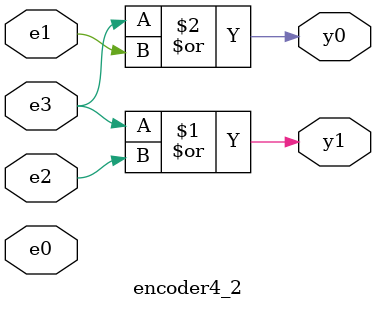
<source format=v>
module encoder4_2(
	input e3,e2,e1,e0,
	output y1,y0
);
assign y1 = e3|e2;
assign y0 = e3|e1;
endmodule

</source>
